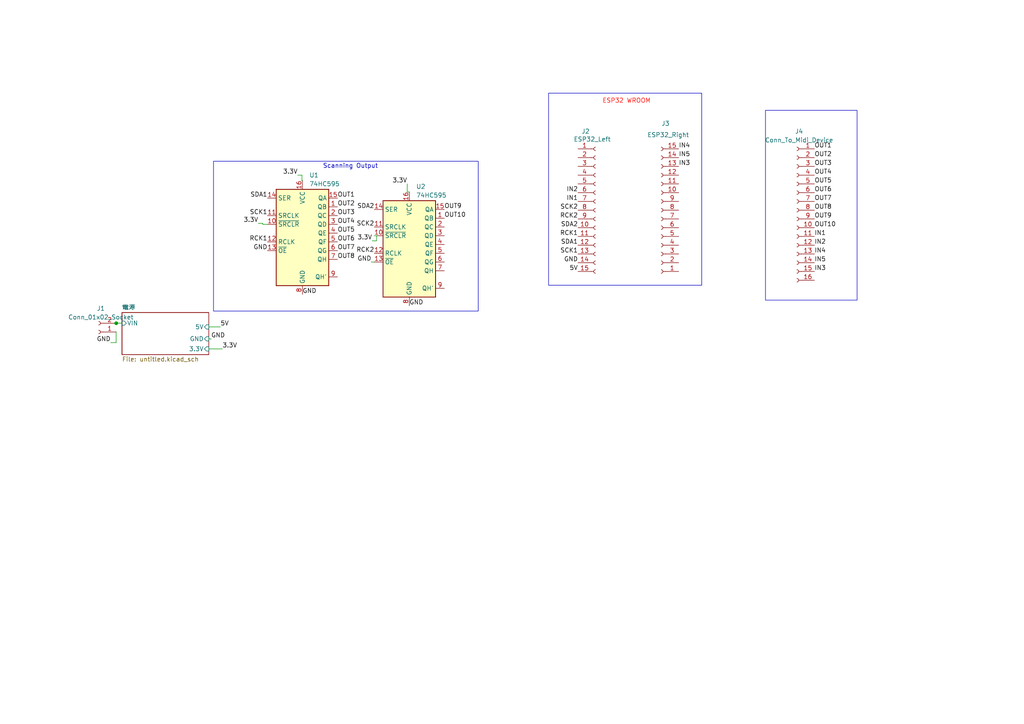
<source format=kicad_sch>
(kicad_sch (version 20231120) (generator "eeschema") (generator_version "8.0")
  (paper "A4")
  (lib_symbols
    (symbol "74xx:74HC595"
      (property "Reference" "U" (at -7.62 13.97 0))
      (property "Value" "74HC595" (at -7.62 -16.51 0))
      (symbol "74HC595_1_0"
        (pin tri_state line (at 10.16 7.62 180) (length 2.54) (name "QB") (number "1"))
        (pin input line (at -10.16 2.54 0) (length 2.54) (name "~{SRCLR}") (number "10"))
        (pin input line (at -10.16 5.08 0) (length 2.54) (name "SRCLK") (number "11"))
        (pin input line (at -10.16 -2.54 0) (length 2.54) (name "RCLK") (number "12"))
        (pin input line (at -10.16 -5.08 0) (length 2.54) (name "~{OE}") (number "13"))
        (pin input line (at -10.16 10.16 0) (length 2.54) (name "SER") (number "14"))
        (pin tri_state line (at 10.16 10.16 180) (length 2.54) (name "QA") (number "15"))
        (pin power_in line (at 0 15.24 270) (length 2.54) (name "VCC") (number "16"))
        (pin tri_state line (at 10.16 5.08 180) (length 2.54) (name "QC") (number "2"))
        (pin tri_state line (at 10.16 2.54 180) (length 2.54) (name "QD") (number "3"))
        (pin tri_state line (at 10.16 0 180) (length 2.54) (name "QE") (number "4"))
        (pin tri_state line (at 10.16 -2.54 180) (length 2.54) (name "QF") (number "5"))
        (pin tri_state line (at 10.16 -5.08 180) (length 2.54) (name "QG") (number "6"))
        (pin tri_state line (at 10.16 -7.62 180) (length 2.54) (name "QH") (number "7"))
        (pin power_in line (at 0 -17.78 90) (length 2.54) (name "GND") (number "8"))
        (pin output line (at 10.16 -12.7 180) (length 2.54) (name "QH'") (number "9"))
      )
      (symbol "74HC595_1_1"
        (rectangle (start -7.62 12.7) (end 7.62 -15.24) (stroke (width 0.254)) (fill (type background)))
      )
    )
    (symbol "Connector:Conn_01x02_Socket" (pin_names (offset 1.016) hide)
      (property "Reference" "J" (at 0 2.54 0))
      (property "Value" "Conn_01x02_Socket" (at 0 -5.08 0))
      (symbol "Conn_01x02_Socket_1_1"
        (arc (start 0 -2.032) (mid -0.5058 -2.54) (end 0 -3.048) (stroke (width 0.1524)))
        (polyline (pts (xy -1.27 -2.54) (xy -0.508 -2.54)) (stroke (width 0.1524)))
        (polyline (pts (xy -1.27 0) (xy -0.508 0)) (stroke (width 0.1524)))
        (arc (start 0 0.508) (mid -0.5058 0) (end 0 -0.508) (stroke (width 0.1524)))
        (pin passive line (at -5.08 0 0) (length 3.81) (name "Pin_1") (number "1"))
        (pin passive line (at -5.08 -2.54 0) (length 3.81) (name "Pin_2") (number "2"))
      )
    )
    (symbol "Connector:Conn_01x15_Socket" (pin_names (offset 1.016) hide)
      (property "Reference" "J" (at 0 20.32 0))
      (property "Value" "Conn_01x15_Socket" (at 0 -20.32 0))
      (symbol "Conn_01x15_Socket_1_1"
        (arc (start 0 -17.272) (mid -0.5058 -17.78) (end 0 -18.288) (stroke (width 0.1524)))
        (arc (start 0 -14.732) (mid -0.5058 -15.24) (end 0 -15.748) (stroke (width 0.1524)))
        (arc (start 0 -12.192) (mid -0.5058 -12.7) (end 0 -13.208) (stroke (width 0.1524)))
        (arc (start 0 -9.652) (mid -0.5058 -10.16) (end 0 -10.668) (stroke (width 0.1524)))
        (arc (start 0 -7.112) (mid -0.5058 -7.62) (end 0 -8.128) (stroke (width 0.1524)))
        (arc (start 0 -4.572) (mid -0.5058 -5.08) (end 0 -5.588) (stroke (width 0.1524)))
        (arc (start 0 -2.032) (mid -0.5058 -2.54) (end 0 -3.048) (stroke (width 0.1524)))
        (polyline (pts (xy -1.27 -17.78) (xy -0.508 -17.78)) (stroke (width 0.1524)))
        (polyline (pts (xy -1.27 -15.24) (xy -0.508 -15.24)) (stroke (width 0.1524)))
        (polyline (pts (xy -1.27 -12.7) (xy -0.508 -12.7)) (stroke (width 0.1524)))
        (polyline (pts (xy -1.27 -10.16) (xy -0.508 -10.16)) (stroke (width 0.1524)))
        (polyline (pts (xy -1.27 -7.62) (xy -0.508 -7.62)) (stroke (width 0.1524)))
        (polyline (pts (xy -1.27 -5.08) (xy -0.508 -5.08)) (stroke (width 0.1524)))
        (polyline (pts (xy -1.27 -2.54) (xy -0.508 -2.54)) (stroke (width 0.1524)))
        (polyline (pts (xy -1.27 0) (xy -0.508 0)) (stroke (width 0.1524)))
        (polyline (pts (xy -1.27 2.54) (xy -0.508 2.54)) (stroke (width 0.1524)))
        (polyline (pts (xy -1.27 5.08) (xy -0.508 5.08)) (stroke (width 0.1524)))
        (polyline (pts (xy -1.27 7.62) (xy -0.508 7.62)) (stroke (width 0.1524)))
        (polyline (pts (xy -1.27 10.16) (xy -0.508 10.16)) (stroke (width 0.1524)))
        (polyline (pts (xy -1.27 12.7) (xy -0.508 12.7)) (stroke (width 0.1524)))
        (polyline (pts (xy -1.27 15.24) (xy -0.508 15.24)) (stroke (width 0.1524)))
        (polyline (pts (xy -1.27 17.78) (xy -0.508 17.78)) (stroke (width 0.1524)))
        (arc (start 0 0.508) (mid -0.5058 0) (end 0 -0.508) (stroke (width 0.1524)))
        (arc (start 0 3.048) (mid -0.5058 2.54) (end 0 2.032) (stroke (width 0.1524)))
        (arc (start 0 5.588) (mid -0.5058 5.08) (end 0 4.572) (stroke (width 0.1524)))
        (arc (start 0 8.128) (mid -0.5058 7.62) (end 0 7.112) (stroke (width 0.1524)))
        (arc (start 0 10.668) (mid -0.5058 10.16) (end 0 9.652) (stroke (width 0.1524)))
        (arc (start 0 13.208) (mid -0.5058 12.7) (end 0 12.192) (stroke (width 0.1524)))
        (arc (start 0 15.748) (mid -0.5058 15.24) (end 0 14.732) (stroke (width 0.1524)))
        (arc (start 0 18.288) (mid -0.5058 17.78) (end 0 17.272) (stroke (width 0.1524)))
        (pin passive line (at -5.08 17.78 0) (length 3.81) (name "Pin_1") (number "1"))
        (pin passive line (at -5.08 -5.08 0) (length 3.81) (name "Pin_10") (number "10"))
        (pin passive line (at -5.08 -7.62 0) (length 3.81) (name "Pin_11") (number "11"))
        (pin passive line (at -5.08 -10.16 0) (length 3.81) (name "Pin_12") (number "12"))
        (pin passive line (at -5.08 -12.7 0) (length 3.81) (name "Pin_13") (number "13"))
        (pin passive line (at -5.08 -15.24 0) (length 3.81) (name "Pin_14") (number "14"))
        (pin passive line (at -5.08 -17.78 0) (length 3.81) (name "Pin_15") (number "15"))
        (pin passive line (at -5.08 15.24 0) (length 3.81) (name "Pin_2") (number "2"))
        (pin passive line (at -5.08 12.7 0) (length 3.81) (name "Pin_3") (number "3"))
        (pin passive line (at -5.08 10.16 0) (length 3.81) (name "Pin_4") (number "4"))
        (pin passive line (at -5.08 7.62 0) (length 3.81) (name "Pin_5") (number "5"))
        (pin passive line (at -5.08 5.08 0) (length 3.81) (name "Pin_6") (number "6"))
        (pin passive line (at -5.08 2.54 0) (length 3.81) (name "Pin_7") (number "7"))
        (pin passive line (at -5.08 0 0) (length 3.81) (name "Pin_8") (number "8"))
        (pin passive line (at -5.08 -2.54 0) (length 3.81) (name "Pin_9") (number "9"))
      )
    )
    (symbol "Connector:Conn_01x16_Socket" (pin_names (offset 1.016) hide)
      (property "Reference" "J" (at 0 20.32 0))
      (property "Value" "Conn_01x16_Socket" (at 0 -22.86 0))
      (symbol "Conn_01x16_Socket_1_1"
        (arc (start 0 -19.812) (mid -0.5058 -20.32) (end 0 -20.828) (stroke (width 0.1524)))
        (arc (start 0 -17.272) (mid -0.5058 -17.78) (end 0 -18.288) (stroke (width 0.1524)))
        (arc (start 0 -14.732) (mid -0.5058 -15.24) (end 0 -15.748) (stroke (width 0.1524)))
        (arc (start 0 -12.192) (mid -0.5058 -12.7) (end 0 -13.208) (stroke (width 0.1524)))
        (arc (start 0 -9.652) (mid -0.5058 -10.16) (end 0 -10.668) (stroke (width 0.1524)))
        (arc (start 0 -7.112) (mid -0.5058 -7.62) (end 0 -8.128) (stroke (width 0.1524)))
        (arc (start 0 -4.572) (mid -0.5058 -5.08) (end 0 -5.588) (stroke (width 0.1524)))
        (arc (start 0 -2.032) (mid -0.5058 -2.54) (end 0 -3.048) (stroke (width 0.1524)))
        (polyline (pts (xy -1.27 -20.32) (xy -0.508 -20.32)) (stroke (width 0.1524)))
        (polyline (pts (xy -1.27 -17.78) (xy -0.508 -17.78)) (stroke (width 0.1524)))
        (polyline (pts (xy -1.27 -15.24) (xy -0.508 -15.24)) (stroke (width 0.1524)))
        (polyline (pts (xy -1.27 -12.7) (xy -0.508 -12.7)) (stroke (width 0.1524)))
        (polyline (pts (xy -1.27 -10.16) (xy -0.508 -10.16)) (stroke (width 0.1524)))
        (polyline (pts (xy -1.27 -7.62) (xy -0.508 -7.62)) (stroke (width 0.1524)))
        (polyline (pts (xy -1.27 -5.08) (xy -0.508 -5.08)) (stroke (width 0.1524)))
        (polyline (pts (xy -1.27 -2.54) (xy -0.508 -2.54)) (stroke (width 0.1524)))
        (polyline (pts (xy -1.27 0) (xy -0.508 0)) (stroke (width 0.1524)))
        (polyline (pts (xy -1.27 2.54) (xy -0.508 2.54)) (stroke (width 0.1524)))
        (polyline (pts (xy -1.27 5.08) (xy -0.508 5.08)) (stroke (width 0.1524)))
        (polyline (pts (xy -1.27 7.62) (xy -0.508 7.62)) (stroke (width 0.1524)))
        (polyline (pts (xy -1.27 10.16) (xy -0.508 10.16)) (stroke (width 0.1524)))
        (polyline (pts (xy -1.27 12.7) (xy -0.508 12.7)) (stroke (width 0.1524)))
        (polyline (pts (xy -1.27 15.24) (xy -0.508 15.24)) (stroke (width 0.1524)))
        (polyline (pts (xy -1.27 17.78) (xy -0.508 17.78)) (stroke (width 0.1524)))
        (arc (start 0 0.508) (mid -0.5058 0) (end 0 -0.508) (stroke (width 0.1524)))
        (arc (start 0 3.048) (mid -0.5058 2.54) (end 0 2.032) (stroke (width 0.1524)))
        (arc (start 0 5.588) (mid -0.5058 5.08) (end 0 4.572) (stroke (width 0.1524)))
        (arc (start 0 8.128) (mid -0.5058 7.62) (end 0 7.112) (stroke (width 0.1524)))
        (arc (start 0 10.668) (mid -0.5058 10.16) (end 0 9.652) (stroke (width 0.1524)))
        (arc (start 0 13.208) (mid -0.5058 12.7) (end 0 12.192) (stroke (width 0.1524)))
        (arc (start 0 15.748) (mid -0.5058 15.24) (end 0 14.732) (stroke (width 0.1524)))
        (arc (start 0 18.288) (mid -0.5058 17.78) (end 0 17.272) (stroke (width 0.1524)))
        (pin passive line (at -5.08 17.78 0) (length 3.81) (name "Pin_1") (number "1"))
        (pin passive line (at -5.08 -5.08 0) (length 3.81) (name "Pin_10") (number "10"))
        (pin passive line (at -5.08 -7.62 0) (length 3.81) (name "Pin_11") (number "11"))
        (pin passive line (at -5.08 -10.16 0) (length 3.81) (name "Pin_12") (number "12"))
        (pin passive line (at -5.08 -12.7 0) (length 3.81) (name "Pin_13") (number "13"))
        (pin passive line (at -5.08 -15.24 0) (length 3.81) (name "Pin_14") (number "14"))
        (pin passive line (at -5.08 -17.78 0) (length 3.81) (name "Pin_15") (number "15"))
        (pin passive line (at -5.08 -20.32 0) (length 3.81) (name "Pin_16") (number "16"))
        (pin passive line (at -5.08 15.24 0) (length 3.81) (name "Pin_2") (number "2"))
        (pin passive line (at -5.08 12.7 0) (length 3.81) (name "Pin_3") (number "3"))
        (pin passive line (at -5.08 10.16 0) (length 3.81) (name "Pin_4") (number "4"))
        (pin passive line (at -5.08 7.62 0) (length 3.81) (name "Pin_5") (number "5"))
        (pin passive line (at -5.08 5.08 0) (length 3.81) (name "Pin_6") (number "6"))
        (pin passive line (at -5.08 2.54 0) (length 3.81) (name "Pin_7") (number "7"))
        (pin passive line (at -5.08 0 0) (length 3.81) (name "Pin_8") (number "8"))
        (pin passive line (at -5.08 -2.54 0) (length 3.81) (name "Pin_9") (number "9"))
      )
    )
  )
  (junction (at 33.7058 93.7514))
  (wire (pts (xy 118.11 55.6768) (xy 118.7196 55.6768)))
  (wire (pts (xy 60.5536 94.8182) (xy 63.9064 94.8182)))
  (wire (pts (xy 109.22 68.3768) (xy 108.5596 68.3768)))
  (wire (pts (xy 107.95 69.85) (xy 109.22 69.85)))
  (wire (pts (xy 33.6804 96.2914) (xy 33.7058 96.2914)))
  (wire (pts (xy 87.5792 52.3748) (xy 87.7316 52.3748)))
  (wire (pts (xy 87.5792 50.8) (xy 87.5792 52.3748)))
  (wire (pts (xy 76.2 65.0748) (xy 77.5716 65.0748)))
  (wire (pts (xy 33.6804 93.726) (xy 33.6804 93.7514)))
  (wire (pts (xy 35.3822 93.726) (xy 33.6804 93.726)))
  (wire (pts (xy 118.11 53.34) (xy 118.11 55.6768)))
  (wire (pts (xy 60.5536 101.1936) (xy 64.4906 101.1936)))
  (wire (pts (xy 32.1056 99.3648) (xy 33.6804 99.3648)))
  (wire (pts (xy 60.5536 98.2726) (xy 61.214 98.3234)))
  (wire (pts (xy 33.6804 93.7514) (xy 33.7058 93.7514)))
  (wire (pts (xy 61.214 98.2726) (xy 61.214 98.3234)))
  (wire (pts (xy 74.93 64.77) (xy 76.2 64.77)))
  (wire (pts (xy 107.7214 75.9968) (xy 108.5596 75.9968)))
  (wire (pts (xy 76.2 64.77) (xy 76.2 65.0748)))
  (wire (pts (xy 33.7058 93.7514) (xy 33.7566 93.7514)))
  (wire (pts (xy 87.5792 50.8) (xy 86.36 50.8)))
  (wire (pts (xy 107.7214 76.0222) (xy 107.7214 75.9968)))
  (wire (pts (xy 109.22 69.85) (xy 109.22 68.3768)))
  (wire (pts (xy 33.6804 99.3648) (xy 33.6804 96.2914)))
  (rectangle (start 222.0214 32.004) (end 248.5898 87.0458))
  (rectangle (start 159.1056 27.0256) (end 203.5302 82.7278))
  (rectangle (start 61.9252 46.7614) (end 138.7094 90.2208))
  (text "Scanning Output" (at 93.6244 48.9966 0) (effects (font (size 1.27 1.27)) (justify left bottom)))
  (text "ESP32 WROOM" (at 174.7012 30.099 0) (effects (font (size 1.27 1.27)) (justify left bottom)))
  (label "IN4" (at 236.22 73.66 0))
  (label "OUT1" (at 97.8916 57.4548 0))
  (label "3.3V" (at 74.93 64.77 180))
  (label "OUT10" (at 236.22 66.04 0))
  (label "OUT7" (at 236.22 58.42 0))
  (label "IN2" (at 236.22 71.12 0))
  (label "SCK2" (at 167.64 60.96 180))
  (label "SCK2" (at 108.5596 65.8368 180))
  (label "OUT9" (at 128.8796 60.7568 0))
  (label "OUT8" (at 97.8916 75.2348 0))
  (label "3.3V" (at 107.95 69.85 180))
  (label "GND" (at 167.64 76.2 180))
  (label "OUT5" (at 97.8916 67.6148 0))
  (label "OUT4" (at 97.8916 65.0748 0))
  (label "SCK1" (at 167.64 73.66 180))
  (label "IN5" (at 236.22 76.2 0))
  (label "GND" (at 118.7196 88.6968 0))
  (label "IN1" (at 236.22 68.58 0))
  (label "3.3V" (at 86.36 50.8 180))
  (label "IN4" (at 196.85 43.18 0))
  (label "OUT1" (at 236.22 43.18 0))
  (label "GND" (at 77.5716 72.6948 180))
  (label "GND" (at 61.214 98.2726 0))
  (label "OUT2" (at 97.8916 59.9948 0))
  (label "OUT3" (at 97.8916 62.5348 0))
  (label "SDA2" (at 167.64 66.04 180))
  (label "IN3" (at 236.22 78.74 0))
  (label "5V" (at 167.64 78.74 180))
  (label "IN5" (at 196.85 45.72 0))
  (label "RCK2" (at 108.5596 73.4568 180))
  (label "GND" (at 107.7214 76.0222 180))
  (label "IN1" (at 167.64 58.42 180))
  (label "SDA2" (at 108.5596 60.7568 180))
  (label "SCK1" (at 77.5716 62.5348 180))
  (label "OUT6" (at 236.22 55.88 0))
  (label "OUT8" (at 236.22 60.96 0))
  (label "3.3V" (at 64.4906 101.1936 0))
  (label "5V" (at 63.9064 94.8182 0))
  (label "OUT4" (at 236.22 50.8 0))
  (label "IN2" (at 167.64 55.88 180))
  (label "RCK1" (at 167.64 68.58 180))
  (label "SDA1" (at 77.5716 57.4548 180))
  (label "SDA1" (at 167.64 71.12 180))
  (label "OUT10" (at 128.8796 63.2968 0))
  (label "IN3" (at 196.85 48.26 0))
  (label "OUT5" (at 236.22 53.34 0))
  (label "OUT7" (at 97.8916 72.6948 0))
  (label "RCK1" (at 77.5716 70.1548 180))
  (label "GND" (at 87.7316 85.3948 0))
  (label "OUT6" (at 97.8916 70.1548 0))
  (label "RCK2" (at 167.64 63.5 180))
  (label "GND" (at 32.1056 99.3648 180))
  (label "OUT3" (at 236.22 48.26 0))
  (label "3.3V" (at 118.11 53.34 180))
  (label "OUT9" (at 236.22 63.5 0))
  (label "OUT2" (at 236.22 45.72 0))
  (symbol (lib_id "Connector:Conn_01x02_Socket") (at 28.6258 96.2914 180) (unit 1)
    (property "Reference" "J1" (at 29.2608 89.4588 0))
    (property "Value" "Conn_01x02_Socket" (at 29.2608 91.9988 0))
    (property "Footprint" "Connector_PinHeader_2.54mm:PinHeader_1x02_P2.54mm_Vertical" (effects (hide yes)))
  )
  (symbol (lib_id "Connector:Conn_01x15_Socket") (at 191.77 60.96 180) (unit 1)
    (property "Reference" "J3" (at 193.04 35.814 0))
    (property "Value" "ESP32_Right" (at 193.802 39.116 0))
    (property "Footprint" "Connector_PinHeader_2.54mm:PinHeader_1x15_P2.54mm_Vertical" (effects (hide yes)))
  )
  (symbol (lib_id "Connector:Conn_01x15_Socket") (at 172.72 60.96 0) (unit 1)
    (property "Reference" "J2" (at 168.656 38.1 0) (effects (justify left)))
    (property "Value" "ESP32_Left" (at 166.37 40.386 0) (effects (justify left)))
    (property "Footprint" "Connector_PinHeader_2.54mm:PinHeader_1x15_P2.54mm_Vertical" (effects (hide yes)))
  )
  (symbol (lib_id "74xx:74HC595") (at 87.7316 67.6148 0) (unit 1)
    (property "Reference" "U1" (at 89.6875 50.8 0) (effects (justify left)))
    (property "Value" "74HC595" (at 89.6875 53.34 0) (effects (justify left)))
    (property "Footprint" "ble_midi_hardware:SOIC16" (effects (hide yes)))
    (property "Datasheet" "http://www.ti.com/lit/ds/symlink/sn74hc595.pdf" (effects (hide yes)))
  )
  (symbol (lib_id "Connector:Conn_01x16_Socket") (at 231.14 60.96 0) (mirror y) (unit 1)
    (property "Reference" "J4" (at 231.775 38.1 0))
    (property "Value" "Conn_To_Midi_Device" (at 231.775 40.64 0))
    (property "Footprint" "Connector_PinHeader_2.54mm:PinHeader_1x16_P2.54mm_Vertical" (effects (hide yes)))
    (property "Description" "Generic connector, single row, 01x16, script generated" (effects (hide yes)))
  )
  (symbol (lib_id "74xx:74HC595") (at 118.7196 70.9168 0) (unit 1)
    (property "Reference" "U2" (at 120.6755 54.102 0) (effects (justify left)))
    (property "Value" "74HC595" (at 120.6755 56.642 0) (effects (justify left)))
    (property "Footprint" "ble_midi_hardware:SOIC16" (effects (hide yes)))
    (property "Datasheet" "http://www.ti.com/lit/ds/symlink/sn74hc595.pdf" (effects (hide yes)))
  )
  (sheet (at 35.3822 90.6526) (size 25.1714 12.2174) (stroke (width 0.1524))
    (property "Sheetname" "電源" (at 35.3822 89.941 0) (effects (justify left bottom)))
    (property "Sheetfile" "untitled.kicad_sch" (at 35.3822 103.4546 0) (effects (justify left top)))
    (pin "GND" input (at 60.5536 98.2726 0))
    (pin "VIN" input (at 35.3822 93.726 180))
    (pin "5V" input (at 60.5536 94.8182 0))
    (pin "3.3V" input (at 60.5536 101.1936 0))
  )
)
</source>
